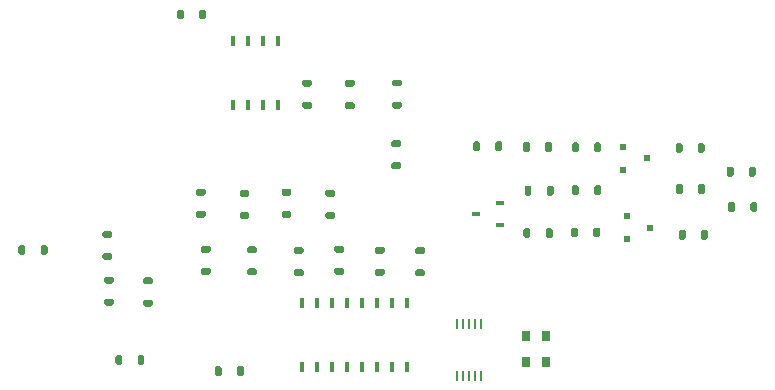
<source format=gbr>
G04 #@! TF.GenerationSoftware,KiCad,Pcbnew,(5.1.9)-1*
G04 #@! TF.CreationDate,2021-05-04T19:46:14-07:00*
G04 #@! TF.ProjectId,SDRReciever,53445252-6563-4696-9576-65722e6b6963,1*
G04 #@! TF.SameCoordinates,Original*
G04 #@! TF.FileFunction,Paste,Top*
G04 #@! TF.FilePolarity,Positive*
%FSLAX46Y46*%
G04 Gerber Fmt 4.6, Leading zero omitted, Abs format (unit mm)*
G04 Created by KiCad (PCBNEW (5.1.9)-1) date 2021-05-04 19:46:14*
%MOMM*%
%LPD*%
G01*
G04 APERTURE LIST*
%ADD10R,0.780000X0.360000*%
%ADD11R,0.540000X0.480000*%
%ADD12R,0.180000X0.840000*%
%ADD13R,0.360000X0.900000*%
%ADD14R,0.360000X0.930000*%
%ADD15R,0.720000X0.840000*%
G04 APERTURE END LIST*
G36*
G01*
X142889600Y-132607750D02*
X142889600Y-132060250D01*
G75*
G02*
X143035850Y-131914000I146250J0D01*
G01*
X143328350Y-131914000D01*
G75*
G02*
X143474600Y-132060250I0J-146250D01*
G01*
X143474600Y-132607750D01*
G75*
G02*
X143328350Y-132754000I-146250J0D01*
G01*
X143035850Y-132754000D01*
G75*
G02*
X142889600Y-132607750I0J146250D01*
G01*
G37*
G36*
G01*
X144764600Y-132607750D02*
X144764600Y-132060250D01*
G75*
G02*
X144910850Y-131914000I146250J0D01*
G01*
X145203350Y-131914000D01*
G75*
G02*
X145349600Y-132060250I0J-146250D01*
G01*
X145349600Y-132607750D01*
G75*
G02*
X145203350Y-132754000I-146250J0D01*
G01*
X144910850Y-132754000D01*
G75*
G02*
X144764600Y-132607750I0J146250D01*
G01*
G37*
G36*
G01*
X102499800Y-137089450D02*
X102499800Y-137636950D01*
G75*
G02*
X102353550Y-137783200I-146250J0D01*
G01*
X102061050Y-137783200D01*
G75*
G02*
X101914800Y-137636950I0J146250D01*
G01*
X101914800Y-137089450D01*
G75*
G02*
X102061050Y-136943200I146250J0D01*
G01*
X102353550Y-136943200D01*
G75*
G02*
X102499800Y-137089450I0J-146250D01*
G01*
G37*
G36*
G01*
X100624800Y-137089450D02*
X100624800Y-137636950D01*
G75*
G02*
X100478550Y-137783200I-146250J0D01*
G01*
X100186050Y-137783200D01*
G75*
G02*
X100039800Y-137636950I0J146250D01*
G01*
X100039800Y-137089450D01*
G75*
G02*
X100186050Y-136943200I146250J0D01*
G01*
X100478550Y-136943200D01*
G75*
G02*
X100624800Y-137089450I0J-146250D01*
G01*
G37*
G36*
G01*
X108244000Y-146958750D02*
X108244000Y-146411250D01*
G75*
G02*
X108390250Y-146265000I146250J0D01*
G01*
X108682750Y-146265000D01*
G75*
G02*
X108829000Y-146411250I0J-146250D01*
G01*
X108829000Y-146958750D01*
G75*
G02*
X108682750Y-147105000I-146250J0D01*
G01*
X108390250Y-147105000D01*
G75*
G02*
X108244000Y-146958750I0J146250D01*
G01*
G37*
G36*
G01*
X110119000Y-146958750D02*
X110119000Y-146411250D01*
G75*
G02*
X110265250Y-146265000I146250J0D01*
G01*
X110557750Y-146265000D01*
G75*
G02*
X110704000Y-146411250I0J-146250D01*
G01*
X110704000Y-146958750D01*
G75*
G02*
X110557750Y-147105000I-146250J0D01*
G01*
X110265250Y-147105000D01*
G75*
G02*
X110119000Y-146958750I0J146250D01*
G01*
G37*
G36*
G01*
X118539100Y-147885850D02*
X118539100Y-147338350D01*
G75*
G02*
X118685350Y-147192100I146250J0D01*
G01*
X118977850Y-147192100D01*
G75*
G02*
X119124100Y-147338350I0J-146250D01*
G01*
X119124100Y-147885850D01*
G75*
G02*
X118977850Y-148032100I-146250J0D01*
G01*
X118685350Y-148032100D01*
G75*
G02*
X118539100Y-147885850I0J146250D01*
G01*
G37*
G36*
G01*
X116664100Y-147885850D02*
X116664100Y-147338350D01*
G75*
G02*
X116810350Y-147192100I146250J0D01*
G01*
X117102850Y-147192100D01*
G75*
G02*
X117249100Y-147338350I0J-146250D01*
G01*
X117249100Y-147885850D01*
G75*
G02*
X117102850Y-148032100I-146250J0D01*
G01*
X116810350Y-148032100D01*
G75*
G02*
X116664100Y-147885850I0J146250D01*
G01*
G37*
G36*
G01*
X107969750Y-140198000D02*
X107422250Y-140198000D01*
G75*
G02*
X107276000Y-140051750I0J146250D01*
G01*
X107276000Y-139759250D01*
G75*
G02*
X107422250Y-139613000I146250J0D01*
G01*
X107969750Y-139613000D01*
G75*
G02*
X108116000Y-139759250I0J-146250D01*
G01*
X108116000Y-140051750D01*
G75*
G02*
X107969750Y-140198000I-146250J0D01*
G01*
G37*
G36*
G01*
X107969750Y-142073000D02*
X107422250Y-142073000D01*
G75*
G02*
X107276000Y-141926750I0J146250D01*
G01*
X107276000Y-141634250D01*
G75*
G02*
X107422250Y-141488000I146250J0D01*
G01*
X107969750Y-141488000D01*
G75*
G02*
X108116000Y-141634250I0J-146250D01*
G01*
X108116000Y-141926750D01*
G75*
G02*
X107969750Y-142073000I-146250J0D01*
G01*
G37*
G36*
G01*
X144673400Y-136214550D02*
X144673400Y-135667050D01*
G75*
G02*
X144819650Y-135520800I146250J0D01*
G01*
X145112150Y-135520800D01*
G75*
G02*
X145258400Y-135667050I0J-146250D01*
G01*
X145258400Y-136214550D01*
G75*
G02*
X145112150Y-136360800I-146250J0D01*
G01*
X144819650Y-136360800D01*
G75*
G02*
X144673400Y-136214550I0J146250D01*
G01*
G37*
G36*
G01*
X142798400Y-136214550D02*
X142798400Y-135667050D01*
G75*
G02*
X142944650Y-135520800I146250J0D01*
G01*
X143237150Y-135520800D01*
G75*
G02*
X143383400Y-135667050I0J-146250D01*
G01*
X143383400Y-136214550D01*
G75*
G02*
X143237150Y-136360800I-146250J0D01*
G01*
X142944650Y-136360800D01*
G75*
G02*
X142798400Y-136214550I0J146250D01*
G01*
G37*
G36*
G01*
X140408500Y-128861250D02*
X140408500Y-128313750D01*
G75*
G02*
X140554750Y-128167500I146250J0D01*
G01*
X140847250Y-128167500D01*
G75*
G02*
X140993500Y-128313750I0J-146250D01*
G01*
X140993500Y-128861250D01*
G75*
G02*
X140847250Y-129007500I-146250J0D01*
G01*
X140554750Y-129007500D01*
G75*
G02*
X140408500Y-128861250I0J146250D01*
G01*
G37*
G36*
G01*
X138533500Y-128861250D02*
X138533500Y-128313750D01*
G75*
G02*
X138679750Y-128167500I146250J0D01*
G01*
X138972250Y-128167500D01*
G75*
G02*
X139118500Y-128313750I0J-146250D01*
G01*
X139118500Y-128861250D01*
G75*
G02*
X138972250Y-129007500I-146250J0D01*
G01*
X138679750Y-129007500D01*
G75*
G02*
X138533500Y-128861250I0J146250D01*
G01*
G37*
G36*
G01*
X155678500Y-129000950D02*
X155678500Y-128453450D01*
G75*
G02*
X155824750Y-128307200I146250J0D01*
G01*
X156117250Y-128307200D01*
G75*
G02*
X156263500Y-128453450I0J-146250D01*
G01*
X156263500Y-129000950D01*
G75*
G02*
X156117250Y-129147200I-146250J0D01*
G01*
X155824750Y-129147200D01*
G75*
G02*
X155678500Y-129000950I0J146250D01*
G01*
G37*
G36*
G01*
X157553500Y-129000950D02*
X157553500Y-128453450D01*
G75*
G02*
X157699750Y-128307200I146250J0D01*
G01*
X157992250Y-128307200D01*
G75*
G02*
X158138500Y-128453450I0J-146250D01*
G01*
X158138500Y-129000950D01*
G75*
G02*
X157992250Y-129147200I-146250J0D01*
G01*
X157699750Y-129147200D01*
G75*
G02*
X157553500Y-129000950I0J146250D01*
G01*
G37*
G36*
G01*
X157578900Y-132468050D02*
X157578900Y-131920550D01*
G75*
G02*
X157725150Y-131774300I146250J0D01*
G01*
X158017650Y-131774300D01*
G75*
G02*
X158163900Y-131920550I0J-146250D01*
G01*
X158163900Y-132468050D01*
G75*
G02*
X158017650Y-132614300I-146250J0D01*
G01*
X157725150Y-132614300D01*
G75*
G02*
X157578900Y-132468050I0J146250D01*
G01*
G37*
G36*
G01*
X155703900Y-132468050D02*
X155703900Y-131920550D01*
G75*
G02*
X155850150Y-131774300I146250J0D01*
G01*
X156142650Y-131774300D01*
G75*
G02*
X156288900Y-131920550I0J-146250D01*
G01*
X156288900Y-132468050D01*
G75*
G02*
X156142650Y-132614300I-146250J0D01*
G01*
X155850150Y-132614300D01*
G75*
G02*
X155703900Y-132468050I0J146250D01*
G01*
G37*
G36*
G01*
X115742150Y-132755800D02*
X115194650Y-132755800D01*
G75*
G02*
X115048400Y-132609550I0J146250D01*
G01*
X115048400Y-132317050D01*
G75*
G02*
X115194650Y-132170800I146250J0D01*
G01*
X115742150Y-132170800D01*
G75*
G02*
X115888400Y-132317050I0J-146250D01*
G01*
X115888400Y-132609550D01*
G75*
G02*
X115742150Y-132755800I-146250J0D01*
G01*
G37*
G36*
G01*
X115742150Y-134630800D02*
X115194650Y-134630800D01*
G75*
G02*
X115048400Y-134484550I0J146250D01*
G01*
X115048400Y-134192050D01*
G75*
G02*
X115194650Y-134045800I146250J0D01*
G01*
X115742150Y-134045800D01*
G75*
G02*
X115888400Y-134192050I0J-146250D01*
G01*
X115888400Y-134484550D01*
G75*
G02*
X115742150Y-134630800I-146250J0D01*
G01*
G37*
G36*
G01*
X119450550Y-134732400D02*
X118903050Y-134732400D01*
G75*
G02*
X118756800Y-134586150I0J146250D01*
G01*
X118756800Y-134293650D01*
G75*
G02*
X118903050Y-134147400I146250J0D01*
G01*
X119450550Y-134147400D01*
G75*
G02*
X119596800Y-134293650I0J-146250D01*
G01*
X119596800Y-134586150D01*
G75*
G02*
X119450550Y-134732400I-146250J0D01*
G01*
G37*
G36*
G01*
X119450550Y-132857400D02*
X118903050Y-132857400D01*
G75*
G02*
X118756800Y-132711150I0J146250D01*
G01*
X118756800Y-132418650D01*
G75*
G02*
X118903050Y-132272400I146250J0D01*
G01*
X119450550Y-132272400D01*
G75*
G02*
X119596800Y-132418650I0J-146250D01*
G01*
X119596800Y-132711150D01*
G75*
G02*
X119450550Y-132857400I-146250J0D01*
G01*
G37*
G36*
G01*
X123006550Y-134630800D02*
X122459050Y-134630800D01*
G75*
G02*
X122312800Y-134484550I0J146250D01*
G01*
X122312800Y-134192050D01*
G75*
G02*
X122459050Y-134045800I146250J0D01*
G01*
X123006550Y-134045800D01*
G75*
G02*
X123152800Y-134192050I0J-146250D01*
G01*
X123152800Y-134484550D01*
G75*
G02*
X123006550Y-134630800I-146250J0D01*
G01*
G37*
G36*
G01*
X123006550Y-132755800D02*
X122459050Y-132755800D01*
G75*
G02*
X122312800Y-132609550I0J146250D01*
G01*
X122312800Y-132317050D01*
G75*
G02*
X122459050Y-132170800I146250J0D01*
G01*
X123006550Y-132170800D01*
G75*
G02*
X123152800Y-132317050I0J-146250D01*
G01*
X123152800Y-132609550D01*
G75*
G02*
X123006550Y-132755800I-146250J0D01*
G01*
G37*
G36*
G01*
X132290250Y-128641000D02*
X131742750Y-128641000D01*
G75*
G02*
X131596500Y-128494750I0J146250D01*
G01*
X131596500Y-128202250D01*
G75*
G02*
X131742750Y-128056000I146250J0D01*
G01*
X132290250Y-128056000D01*
G75*
G02*
X132436500Y-128202250I0J-146250D01*
G01*
X132436500Y-128494750D01*
G75*
G02*
X132290250Y-128641000I-146250J0D01*
G01*
G37*
G36*
G01*
X132290250Y-130516000D02*
X131742750Y-130516000D01*
G75*
G02*
X131596500Y-130369750I0J146250D01*
G01*
X131596500Y-130077250D01*
G75*
G02*
X131742750Y-129931000I146250J0D01*
G01*
X132290250Y-129931000D01*
G75*
G02*
X132436500Y-130077250I0J-146250D01*
G01*
X132436500Y-130369750D01*
G75*
G02*
X132290250Y-130516000I-146250J0D01*
G01*
G37*
G36*
G01*
X127818450Y-124840600D02*
X128365950Y-124840600D01*
G75*
G02*
X128512200Y-124986850I0J-146250D01*
G01*
X128512200Y-125279350D01*
G75*
G02*
X128365950Y-125425600I-146250J0D01*
G01*
X127818450Y-125425600D01*
G75*
G02*
X127672200Y-125279350I0J146250D01*
G01*
X127672200Y-124986850D01*
G75*
G02*
X127818450Y-124840600I146250J0D01*
G01*
G37*
G36*
G01*
X127818450Y-122965600D02*
X128365950Y-122965600D01*
G75*
G02*
X128512200Y-123111850I0J-146250D01*
G01*
X128512200Y-123404350D01*
G75*
G02*
X128365950Y-123550600I-146250J0D01*
G01*
X127818450Y-123550600D01*
G75*
G02*
X127672200Y-123404350I0J146250D01*
G01*
X127672200Y-123111850D01*
G75*
G02*
X127818450Y-122965600I146250J0D01*
G01*
G37*
G36*
G01*
X132353750Y-123512500D02*
X131806250Y-123512500D01*
G75*
G02*
X131660000Y-123366250I0J146250D01*
G01*
X131660000Y-123073750D01*
G75*
G02*
X131806250Y-122927500I146250J0D01*
G01*
X132353750Y-122927500D01*
G75*
G02*
X132500000Y-123073750I0J-146250D01*
G01*
X132500000Y-123366250D01*
G75*
G02*
X132353750Y-123512500I-146250J0D01*
G01*
G37*
G36*
G01*
X132353750Y-125387500D02*
X131806250Y-125387500D01*
G75*
G02*
X131660000Y-125241250I0J146250D01*
G01*
X131660000Y-124948750D01*
G75*
G02*
X131806250Y-124802500I146250J0D01*
G01*
X132353750Y-124802500D01*
G75*
G02*
X132500000Y-124948750I0J-146250D01*
G01*
X132500000Y-125241250D01*
G75*
G02*
X132353750Y-125387500I-146250J0D01*
G01*
G37*
G36*
G01*
X115911000Y-117150450D02*
X115911000Y-117697950D01*
G75*
G02*
X115764750Y-117844200I-146250J0D01*
G01*
X115472250Y-117844200D01*
G75*
G02*
X115326000Y-117697950I0J146250D01*
G01*
X115326000Y-117150450D01*
G75*
G02*
X115472250Y-117004200I146250J0D01*
G01*
X115764750Y-117004200D01*
G75*
G02*
X115911000Y-117150450I0J-146250D01*
G01*
G37*
G36*
G01*
X114036000Y-117150450D02*
X114036000Y-117697950D01*
G75*
G02*
X113889750Y-117844200I-146250J0D01*
G01*
X113597250Y-117844200D01*
G75*
G02*
X113451000Y-117697950I0J146250D01*
G01*
X113451000Y-117150450D01*
G75*
G02*
X113597250Y-117004200I146250J0D01*
G01*
X113889750Y-117004200D01*
G75*
G02*
X114036000Y-117150450I0J-146250D01*
G01*
G37*
G36*
G01*
X160581500Y-130447350D02*
X160581500Y-130994850D01*
G75*
G02*
X160435250Y-131141100I-146250J0D01*
G01*
X160142750Y-131141100D01*
G75*
G02*
X159996500Y-130994850I0J146250D01*
G01*
X159996500Y-130447350D01*
G75*
G02*
X160142750Y-130301100I146250J0D01*
G01*
X160435250Y-130301100D01*
G75*
G02*
X160581500Y-130447350I0J-146250D01*
G01*
G37*
G36*
G01*
X162456500Y-130447350D02*
X162456500Y-130994850D01*
G75*
G02*
X162310250Y-131141100I-146250J0D01*
G01*
X162017750Y-131141100D01*
G75*
G02*
X161871500Y-130994850I0J146250D01*
G01*
X161871500Y-130447350D01*
G75*
G02*
X162017750Y-130301100I146250J0D01*
G01*
X162310250Y-130301100D01*
G75*
G02*
X162456500Y-130447350I0J-146250D01*
G01*
G37*
G36*
G01*
X162583500Y-133444550D02*
X162583500Y-133992050D01*
G75*
G02*
X162437250Y-134138300I-146250J0D01*
G01*
X162144750Y-134138300D01*
G75*
G02*
X161998500Y-133992050I0J146250D01*
G01*
X161998500Y-133444550D01*
G75*
G02*
X162144750Y-133298300I146250J0D01*
G01*
X162437250Y-133298300D01*
G75*
G02*
X162583500Y-133444550I0J-146250D01*
G01*
G37*
G36*
G01*
X160708500Y-133444550D02*
X160708500Y-133992050D01*
G75*
G02*
X160562250Y-134138300I-146250J0D01*
G01*
X160269750Y-134138300D01*
G75*
G02*
X160123500Y-133992050I0J146250D01*
G01*
X160123500Y-133444550D01*
G75*
G02*
X160269750Y-133298300I146250J0D01*
G01*
X160562250Y-133298300D01*
G75*
G02*
X160708500Y-133444550I0J-146250D01*
G01*
G37*
D10*
X138743000Y-134300000D03*
X140843000Y-133350000D03*
X140843000Y-135250000D03*
D11*
X153218900Y-129613700D03*
X151218900Y-130563700D03*
X151218900Y-128663700D03*
X151539700Y-134520900D03*
X151539700Y-136420900D03*
X153539700Y-135470900D03*
G36*
G01*
X148777800Y-128937450D02*
X148777800Y-128389950D01*
G75*
G02*
X148924050Y-128243700I146250J0D01*
G01*
X149216550Y-128243700D01*
G75*
G02*
X149362800Y-128389950I0J-146250D01*
G01*
X149362800Y-128937450D01*
G75*
G02*
X149216550Y-129083700I-146250J0D01*
G01*
X148924050Y-129083700D01*
G75*
G02*
X148777800Y-128937450I0J146250D01*
G01*
G37*
G36*
G01*
X146902800Y-128937450D02*
X146902800Y-128389950D01*
G75*
G02*
X147049050Y-128243700I146250J0D01*
G01*
X147341550Y-128243700D01*
G75*
G02*
X147487800Y-128389950I0J-146250D01*
G01*
X147487800Y-128937450D01*
G75*
G02*
X147341550Y-129083700I-146250J0D01*
G01*
X147049050Y-129083700D01*
G75*
G02*
X146902800Y-128937450I0J146250D01*
G01*
G37*
G36*
G01*
X142749900Y-128912050D02*
X142749900Y-128364550D01*
G75*
G02*
X142896150Y-128218300I146250J0D01*
G01*
X143188650Y-128218300D01*
G75*
G02*
X143334900Y-128364550I0J-146250D01*
G01*
X143334900Y-128912050D01*
G75*
G02*
X143188650Y-129058300I-146250J0D01*
G01*
X142896150Y-129058300D01*
G75*
G02*
X142749900Y-128912050I0J146250D01*
G01*
G37*
G36*
G01*
X144624900Y-128912050D02*
X144624900Y-128364550D01*
G75*
G02*
X144771150Y-128218300I146250J0D01*
G01*
X145063650Y-128218300D01*
G75*
G02*
X145209900Y-128364550I0J-146250D01*
G01*
X145209900Y-128912050D01*
G75*
G02*
X145063650Y-129058300I-146250J0D01*
G01*
X144771150Y-129058300D01*
G75*
G02*
X144624900Y-128912050I0J146250D01*
G01*
G37*
G36*
G01*
X146902800Y-132569650D02*
X146902800Y-132022150D01*
G75*
G02*
X147049050Y-131875900I146250J0D01*
G01*
X147341550Y-131875900D01*
G75*
G02*
X147487800Y-132022150I0J-146250D01*
G01*
X147487800Y-132569650D01*
G75*
G02*
X147341550Y-132715900I-146250J0D01*
G01*
X147049050Y-132715900D01*
G75*
G02*
X146902800Y-132569650I0J146250D01*
G01*
G37*
G36*
G01*
X148777800Y-132569650D02*
X148777800Y-132022150D01*
G75*
G02*
X148924050Y-131875900I146250J0D01*
G01*
X149216550Y-131875900D01*
G75*
G02*
X149362800Y-132022150I0J-146250D01*
G01*
X149362800Y-132569650D01*
G75*
G02*
X149216550Y-132715900I-146250J0D01*
G01*
X148924050Y-132715900D01*
G75*
G02*
X148777800Y-132569650I0J146250D01*
G01*
G37*
G36*
G01*
X148712000Y-136151050D02*
X148712000Y-135603550D01*
G75*
G02*
X148858250Y-135457300I146250J0D01*
G01*
X149150750Y-135457300D01*
G75*
G02*
X149297000Y-135603550I0J-146250D01*
G01*
X149297000Y-136151050D01*
G75*
G02*
X149150750Y-136297300I-146250J0D01*
G01*
X148858250Y-136297300D01*
G75*
G02*
X148712000Y-136151050I0J146250D01*
G01*
G37*
G36*
G01*
X146837000Y-136151050D02*
X146837000Y-135603550D01*
G75*
G02*
X146983250Y-135457300I146250J0D01*
G01*
X147275750Y-135457300D01*
G75*
G02*
X147422000Y-135603550I0J-146250D01*
G01*
X147422000Y-136151050D01*
G75*
G02*
X147275750Y-136297300I-146250J0D01*
G01*
X146983250Y-136297300D01*
G75*
G02*
X146837000Y-136151050I0J146250D01*
G01*
G37*
G36*
G01*
X155942900Y-136354250D02*
X155942900Y-135806750D01*
G75*
G02*
X156089150Y-135660500I146250J0D01*
G01*
X156381650Y-135660500D01*
G75*
G02*
X156527900Y-135806750I0J-146250D01*
G01*
X156527900Y-136354250D01*
G75*
G02*
X156381650Y-136500500I-146250J0D01*
G01*
X156089150Y-136500500D01*
G75*
G02*
X155942900Y-136354250I0J146250D01*
G01*
G37*
G36*
G01*
X157817900Y-136354250D02*
X157817900Y-135806750D01*
G75*
G02*
X157964150Y-135660500I146250J0D01*
G01*
X158256650Y-135660500D01*
G75*
G02*
X158402900Y-135806750I0J-146250D01*
G01*
X158402900Y-136354250D01*
G75*
G02*
X158256650Y-136500500I-146250J0D01*
G01*
X157964150Y-136500500D01*
G75*
G02*
X157817900Y-136354250I0J146250D01*
G01*
G37*
G36*
G01*
X110749650Y-139689200D02*
X111297150Y-139689200D01*
G75*
G02*
X111443400Y-139835450I0J-146250D01*
G01*
X111443400Y-140127950D01*
G75*
G02*
X111297150Y-140274200I-146250J0D01*
G01*
X110749650Y-140274200D01*
G75*
G02*
X110603400Y-140127950I0J146250D01*
G01*
X110603400Y-139835450D01*
G75*
G02*
X110749650Y-139689200I146250J0D01*
G01*
G37*
G36*
G01*
X110749650Y-141564200D02*
X111297150Y-141564200D01*
G75*
G02*
X111443400Y-141710450I0J-146250D01*
G01*
X111443400Y-142002950D01*
G75*
G02*
X111297150Y-142149200I-146250J0D01*
G01*
X110749650Y-142149200D01*
G75*
G02*
X110603400Y-142002950I0J146250D01*
G01*
X110603400Y-141710450D01*
G75*
G02*
X110749650Y-141564200I146250J0D01*
G01*
G37*
G36*
G01*
X107842750Y-136324500D02*
X107295250Y-136324500D01*
G75*
G02*
X107149000Y-136178250I0J146250D01*
G01*
X107149000Y-135885750D01*
G75*
G02*
X107295250Y-135739500I146250J0D01*
G01*
X107842750Y-135739500D01*
G75*
G02*
X107989000Y-135885750I0J-146250D01*
G01*
X107989000Y-136178250D01*
G75*
G02*
X107842750Y-136324500I-146250J0D01*
G01*
G37*
G36*
G01*
X107842750Y-138199500D02*
X107295250Y-138199500D01*
G75*
G02*
X107149000Y-138053250I0J146250D01*
G01*
X107149000Y-137760750D01*
G75*
G02*
X107295250Y-137614500I146250J0D01*
G01*
X107842750Y-137614500D01*
G75*
G02*
X107989000Y-137760750I0J-146250D01*
G01*
X107989000Y-138053250D01*
G75*
G02*
X107842750Y-138199500I-146250J0D01*
G01*
G37*
G36*
G01*
X123487750Y-138996500D02*
X124035250Y-138996500D01*
G75*
G02*
X124181500Y-139142750I0J-146250D01*
G01*
X124181500Y-139435250D01*
G75*
G02*
X124035250Y-139581500I-146250J0D01*
G01*
X123487750Y-139581500D01*
G75*
G02*
X123341500Y-139435250I0J146250D01*
G01*
X123341500Y-139142750D01*
G75*
G02*
X123487750Y-138996500I146250J0D01*
G01*
G37*
G36*
G01*
X123487750Y-137121500D02*
X124035250Y-137121500D01*
G75*
G02*
X124181500Y-137267750I0J-146250D01*
G01*
X124181500Y-137560250D01*
G75*
G02*
X124035250Y-137706500I-146250J0D01*
G01*
X123487750Y-137706500D01*
G75*
G02*
X123341500Y-137560250I0J146250D01*
G01*
X123341500Y-137267750D01*
G75*
G02*
X123487750Y-137121500I146250J0D01*
G01*
G37*
G36*
G01*
X133774750Y-137136500D02*
X134322250Y-137136500D01*
G75*
G02*
X134468500Y-137282750I0J-146250D01*
G01*
X134468500Y-137575250D01*
G75*
G02*
X134322250Y-137721500I-146250J0D01*
G01*
X133774750Y-137721500D01*
G75*
G02*
X133628500Y-137575250I0J146250D01*
G01*
X133628500Y-137282750D01*
G75*
G02*
X133774750Y-137136500I146250J0D01*
G01*
G37*
G36*
G01*
X133774750Y-139011500D02*
X134322250Y-139011500D01*
G75*
G02*
X134468500Y-139157750I0J-146250D01*
G01*
X134468500Y-139450250D01*
G75*
G02*
X134322250Y-139596500I-146250J0D01*
G01*
X133774750Y-139596500D01*
G75*
G02*
X133628500Y-139450250I0J146250D01*
G01*
X133628500Y-139157750D01*
G75*
G02*
X133774750Y-139011500I146250J0D01*
G01*
G37*
G36*
G01*
X126916750Y-138884500D02*
X127464250Y-138884500D01*
G75*
G02*
X127610500Y-139030750I0J-146250D01*
G01*
X127610500Y-139323250D01*
G75*
G02*
X127464250Y-139469500I-146250J0D01*
G01*
X126916750Y-139469500D01*
G75*
G02*
X126770500Y-139323250I0J146250D01*
G01*
X126770500Y-139030750D01*
G75*
G02*
X126916750Y-138884500I146250J0D01*
G01*
G37*
G36*
G01*
X126916750Y-137009500D02*
X127464250Y-137009500D01*
G75*
G02*
X127610500Y-137155750I0J-146250D01*
G01*
X127610500Y-137448250D01*
G75*
G02*
X127464250Y-137594500I-146250J0D01*
G01*
X126916750Y-137594500D01*
G75*
G02*
X126770500Y-137448250I0J146250D01*
G01*
X126770500Y-137155750D01*
G75*
G02*
X126916750Y-137009500I146250J0D01*
G01*
G37*
G36*
G01*
X130345750Y-137073000D02*
X130893250Y-137073000D01*
G75*
G02*
X131039500Y-137219250I0J-146250D01*
G01*
X131039500Y-137511750D01*
G75*
G02*
X130893250Y-137658000I-146250J0D01*
G01*
X130345750Y-137658000D01*
G75*
G02*
X130199500Y-137511750I0J146250D01*
G01*
X130199500Y-137219250D01*
G75*
G02*
X130345750Y-137073000I146250J0D01*
G01*
G37*
G36*
G01*
X130345750Y-138948000D02*
X130893250Y-138948000D01*
G75*
G02*
X131039500Y-139094250I0J-146250D01*
G01*
X131039500Y-139386750D01*
G75*
G02*
X130893250Y-139533000I-146250J0D01*
G01*
X130345750Y-139533000D01*
G75*
G02*
X130199500Y-139386750I0J146250D01*
G01*
X130199500Y-139094250D01*
G75*
G02*
X130345750Y-138948000I146250J0D01*
G01*
G37*
G36*
G01*
X115626450Y-136996800D02*
X116173950Y-136996800D01*
G75*
G02*
X116320200Y-137143050I0J-146250D01*
G01*
X116320200Y-137435550D01*
G75*
G02*
X116173950Y-137581800I-146250J0D01*
G01*
X115626450Y-137581800D01*
G75*
G02*
X115480200Y-137435550I0J146250D01*
G01*
X115480200Y-137143050D01*
G75*
G02*
X115626450Y-136996800I146250J0D01*
G01*
G37*
G36*
G01*
X115626450Y-138871800D02*
X116173950Y-138871800D01*
G75*
G02*
X116320200Y-139018050I0J-146250D01*
G01*
X116320200Y-139310550D01*
G75*
G02*
X116173950Y-139456800I-146250J0D01*
G01*
X115626450Y-139456800D01*
G75*
G02*
X115480200Y-139310550I0J146250D01*
G01*
X115480200Y-139018050D01*
G75*
G02*
X115626450Y-138871800I146250J0D01*
G01*
G37*
G36*
G01*
X119538050Y-138920300D02*
X120085550Y-138920300D01*
G75*
G02*
X120231800Y-139066550I0J-146250D01*
G01*
X120231800Y-139359050D01*
G75*
G02*
X120085550Y-139505300I-146250J0D01*
G01*
X119538050Y-139505300D01*
G75*
G02*
X119391800Y-139359050I0J146250D01*
G01*
X119391800Y-139066550D01*
G75*
G02*
X119538050Y-138920300I146250J0D01*
G01*
G37*
G36*
G01*
X119538050Y-137045300D02*
X120085550Y-137045300D01*
G75*
G02*
X120231800Y-137191550I0J-146250D01*
G01*
X120231800Y-137484050D01*
G75*
G02*
X120085550Y-137630300I-146250J0D01*
G01*
X119538050Y-137630300D01*
G75*
G02*
X119391800Y-137484050I0J146250D01*
G01*
X119391800Y-137191550D01*
G75*
G02*
X119538050Y-137045300I146250J0D01*
G01*
G37*
G36*
G01*
X124759150Y-123520600D02*
X124211650Y-123520600D01*
G75*
G02*
X124065400Y-123374350I0J146250D01*
G01*
X124065400Y-123081850D01*
G75*
G02*
X124211650Y-122935600I146250J0D01*
G01*
X124759150Y-122935600D01*
G75*
G02*
X124905400Y-123081850I0J-146250D01*
G01*
X124905400Y-123374350D01*
G75*
G02*
X124759150Y-123520600I-146250J0D01*
G01*
G37*
G36*
G01*
X124759150Y-125395600D02*
X124211650Y-125395600D01*
G75*
G02*
X124065400Y-125249350I0J146250D01*
G01*
X124065400Y-124956850D01*
G75*
G02*
X124211650Y-124810600I146250J0D01*
G01*
X124759150Y-124810600D01*
G75*
G02*
X124905400Y-124956850I0J-146250D01*
G01*
X124905400Y-125249350D01*
G75*
G02*
X124759150Y-125395600I-146250J0D01*
G01*
G37*
G36*
G01*
X126167450Y-132272400D02*
X126714950Y-132272400D01*
G75*
G02*
X126861200Y-132418650I0J-146250D01*
G01*
X126861200Y-132711150D01*
G75*
G02*
X126714950Y-132857400I-146250J0D01*
G01*
X126167450Y-132857400D01*
G75*
G02*
X126021200Y-132711150I0J146250D01*
G01*
X126021200Y-132418650D01*
G75*
G02*
X126167450Y-132272400I146250J0D01*
G01*
G37*
G36*
G01*
X126167450Y-134147400D02*
X126714950Y-134147400D01*
G75*
G02*
X126861200Y-134293650I0J-146250D01*
G01*
X126861200Y-134586150D01*
G75*
G02*
X126714950Y-134732400I-146250J0D01*
G01*
X126167450Y-134732400D01*
G75*
G02*
X126021200Y-134586150I0J146250D01*
G01*
X126021200Y-134293650D01*
G75*
G02*
X126167450Y-134147400I146250J0D01*
G01*
G37*
D12*
X139163300Y-143608700D03*
X138663300Y-143608700D03*
X138163300Y-143608700D03*
X137663300Y-143608700D03*
X137163300Y-143608700D03*
X137163300Y-148008700D03*
X137663300Y-148008700D03*
X138163300Y-148008700D03*
X138663300Y-148008700D03*
X139163300Y-148008700D03*
D13*
X132969000Y-147276800D03*
X131699000Y-147276800D03*
X130429000Y-147276800D03*
X129159000Y-147276800D03*
X127889000Y-147276800D03*
X126619000Y-147276800D03*
X125349000Y-147276800D03*
X124079000Y-147276800D03*
X124079000Y-141876800D03*
X125349000Y-141876800D03*
X126619000Y-141876800D03*
X127889000Y-141876800D03*
X129159000Y-141876800D03*
X130429000Y-141876800D03*
X131699000Y-141876800D03*
X132969000Y-141876800D03*
D14*
X118173500Y-119664500D03*
X119443500Y-119664500D03*
X120713500Y-119664500D03*
X121983500Y-119664500D03*
X121983500Y-125064500D03*
X120713500Y-125064500D03*
X119443500Y-125064500D03*
X118173500Y-125064500D03*
D15*
X144677500Y-144632500D03*
X144677500Y-146832500D03*
X142977500Y-146832500D03*
X142977500Y-144632500D03*
M02*

</source>
